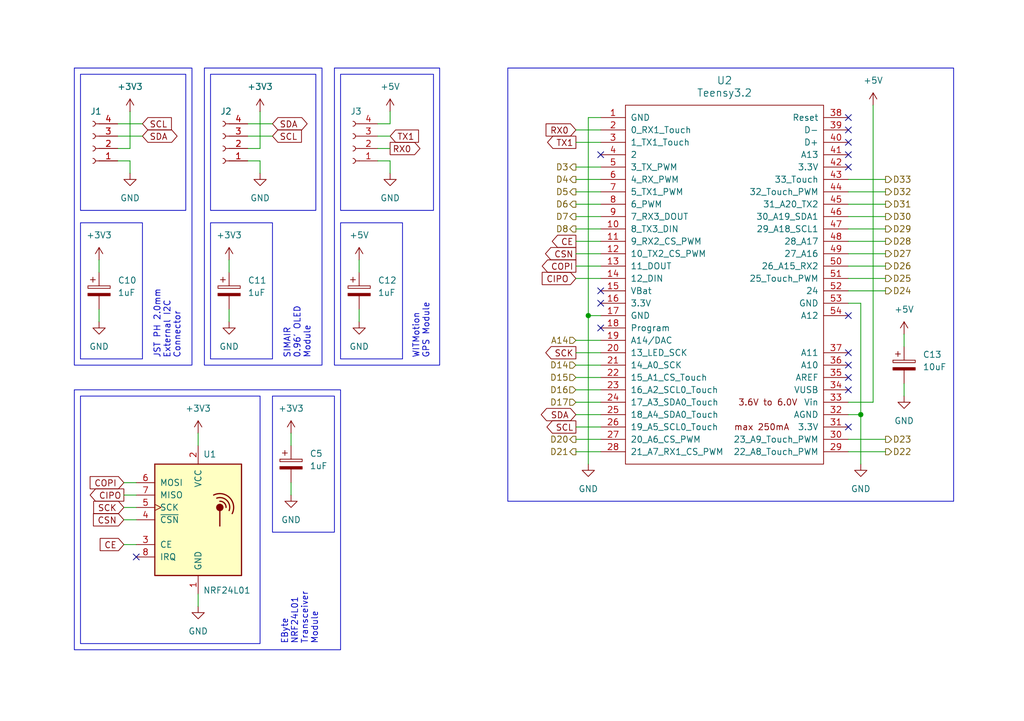
<source format=kicad_sch>
(kicad_sch (version 20231120) (generator "eeschema") (generator_version "8.0")
  (paper "A5")
  (title_block (title "Ideal Everything Controller Receiver - (v1.0)") (date "2024-04-07") (rev "R0"))
  (lib_symbols
    (symbol "Connector:Conn_01x04_Socket" (pin_names (offset 1.016) hide)
      (property "Reference" "J" (at 0 5.08 0))
      (property "Value" "Conn_01x04_Socket" (at 0 -7.62 0))
      (symbol "Conn_01x04_Socket_1_1"
        (arc (start 0 -4.572) (mid -0.5058 -5.08) (end 0 -5.588) (stroke (width 0.1524)))
        (arc (start 0 -2.032) (mid -0.5058 -2.54) (end 0 -3.048) (stroke (width 0.1524)))
        (polyline (pts (xy -1.27 -5.08) (xy -0.508 -5.08)) (stroke (width 0.1524)))
        (polyline (pts (xy -1.27 -2.54) (xy -0.508 -2.54)) (stroke (width 0.1524)))
        (polyline (pts (xy -1.27 0) (xy -0.508 0)) (stroke (width 0.1524)))
        (polyline (pts (xy -1.27 2.54) (xy -0.508 2.54)) (stroke (width 0.1524)))
        (arc (start 0 0.508) (mid -0.5058 0) (end 0 -0.508) (stroke (width 0.1524)))
        (arc (start 0 3.048) (mid -0.5058 2.54) (end 0 2.032) (stroke (width 0.1524)))
        (pin passive line (at -5.08 2.54 0) (length 3.81) (name "Pin_1") (number "1"))
        (pin passive line (at -5.08 0 0) (length 3.81) (name "Pin_2") (number "2"))
        (pin passive line (at -5.08 -2.54 0) (length 3.81) (name "Pin_3") (number "3"))
        (pin passive line (at -5.08 -5.08 0) (length 3.81) (name "Pin_4") (number "4"))
      )
    )
    (symbol "Device:C_Polarized" (pin_numbers hide) (pin_names (offset 0.254))
      (property "Reference" "C" (at 0.635 2.54 0))
      (property "Value" "C_Polarized" (at 0.635 -2.54 0))
      (symbol "C_Polarized_0_1"
        (rectangle (start -2.286 0.508) (end 2.286 1.016))
        (polyline (pts (xy -1.778 2.286) (xy -0.762 2.286)))
        (polyline (pts (xy -1.27 2.794) (xy -1.27 1.778)))
        (rectangle (start 2.286 -0.508) (end -2.286 -1.016) (fill (type outline)))
      )
      (symbol "C_Polarized_1_1"
        (pin passive line (at 0 3.81 270) (length 2.794) (name "~") (number "1"))
        (pin passive line (at 0 -3.81 90) (length 2.794) (name "~") (number "2"))
      )
    )
    (symbol "RF:NRF24L01_Breakout" (pin_names (offset 1.016))
      (property "Reference" "U" (at -8.89 12.7 0))
      (property "Value" "NRF24L01_Breakout" (at 3.81 12.7 0))
      (symbol "NRF24L01_Breakout_0_1"
        (rectangle (start -8.89 11.43) (end 8.89 -11.43) (stroke (width 0.254)) (fill (type background)))
        (polyline (pts (xy 4.445 1.905) (xy 4.445 -1.27)) (stroke (width 0.254)))
        (circle (center 4.445 2.54) (radius 0.635) (stroke (width 0.254)) (fill (type outline)))
        (arc (start 5.715 2.54) (mid 5.3521 3.4546) (end 4.445 3.81) (stroke (width 0.254)))
        (arc (start 6.35 1.905) (mid 5.8763 3.9854) (end 3.81 4.445) (stroke (width 0.254)))
        (arc (start 6.985 1.27) (mid 6.453 4.548) (end 3.175 5.08) (stroke (width 0.254)))
      )
      (symbol "NRF24L01_Breakout_1_1"
        (pin power_in line (at 0 -15.24 90) (length 3.81) (name "GND") (number "1"))
        (pin power_in line (at 0 15.24 270) (length 3.81) (name "VCC") (number "2"))
        (pin input line (at -12.7 -5.08 0) (length 3.81) (name "CE") (number "3"))
        (pin input line (at -12.7 0 0) (length 3.81) (name "~{CSN}") (number "4"))
        (pin input clock (at -12.7 2.54 0) (length 3.81) (name "SCK") (number "5"))
        (pin input line (at -12.7 7.62 0) (length 3.81) (name "MOSI") (number "6"))
        (pin output line (at -12.7 5.08 0) (length 3.81) (name "MISO") (number "7"))
        (pin output line (at -12.7 -7.62 0) (length 3.81) (name "IRQ") (number "8"))
      )
    )
    (symbol "power:+3V3" (power) (pin_numbers hide) (pin_names (offset 0) hide)
      (property "Value" "+3V3" (at 0 3.556 0))
      (symbol "+3V3_0_1"
        (polyline (pts (xy -0.762 1.27) (xy 0 2.54)))
        (polyline (pts (xy 0 0) (xy 0 2.54)))
        (polyline (pts (xy 0 2.54) (xy 0.762 1.27)))
      )
      (symbol "+3V3_1_1"
        (pin power_in line (at 0 0 90) (length 0) (name "~") (number "1"))
      )
    )
    (symbol "power:+5V" (power) (pin_numbers hide) (pin_names (offset 0) hide)
      (property "Value" "+5V" (at 0 3.556 0))
      (symbol "+5V_0_1"
        (polyline (pts (xy -0.762 1.27) (xy 0 2.54)))
        (polyline (pts (xy 0 0) (xy 0 2.54)))
        (polyline (pts (xy 0 2.54) (xy 0.762 1.27)))
      )
      (symbol "+5V_1_1"
        (pin power_in line (at 0 0 90) (length 0) (name "~") (number "1"))
      )
    )
    (symbol "power:GND" (power) (pin_numbers hide) (pin_names (offset 0) hide)
      (property "Value" "GND" (at 0 -3.81 0))
      (symbol "GND_0_1"
        (polyline (pts (xy 0 0) (xy 0 -1.27) (xy 1.27 -1.27) (xy 0 -2.54) (xy -1.27 -1.27) (xy 0 -1.27)))
      )
      (symbol "GND_1_1"
        (pin power_in line (at 0 0 270) (length 0) (name "~") (number "1"))
      )
    )
    (symbol "teensy:Teensy3.2" (pin_names (offset 1.016))
      (property "Reference" "U" (at 0 39.37 0))
      (property "Value" "Teensy3.2" (at 0 -39.37 0))
      (symbol "Teensy3.2_0_0"
        (text "3.6V to 6.0V" (at 8.89 -24.13 0) (effects (font (size 1.27 1.27))))
        (text "max 250mA" (at 7.62 -29.21 0) (effects (font (size 1.27 1.27))))
      )
      (symbol "Teensy3.2_0_1"
        (rectangle (start -20.32 -36.83) (end 20.32 36.83))
      )
      (symbol "Teensy3.2_1_1"
        (pin power_in line (at -25.4 34.29 0) (length 5.08) (name "GND") (number "1"))
        (pin bidirectional line (at -25.4 11.43 0) (length 5.08) (name "8_TX3_DIN") (number "10"))
        (pin bidirectional line (at -25.4 8.89 0) (length 5.08) (name "9_RX2_CS_PWM") (number "11"))
        (pin bidirectional line (at -25.4 6.35 0) (length 5.08) (name "10_TX2_CS_PWM") (number "12"))
        (pin bidirectional line (at -25.4 3.81 0) (length 5.08) (name "11_DOUT") (number "13"))
        (pin bidirectional line (at -25.4 1.27 0) (length 5.08) (name "12_DIN") (number "14"))
        (pin power_in line (at -25.4 -1.27 0) (length 5.08) (name "VBat") (number "15"))
        (pin power_out line (at -25.4 -3.81 0) (length 5.08) (name "3.3V") (number "16"))
        (pin power_in line (at -25.4 -6.35 0) (length 5.08) (name "GND") (number "17"))
        (pin input line (at -25.4 -8.89 0) (length 5.08) (name "Program") (number "18"))
        (pin bidirectional line (at -25.4 -11.43 0) (length 5.08) (name "A14/DAC") (number "19"))
        (pin bidirectional line (at -25.4 31.75 0) (length 5.08) (name "0_RX1_Touch") (number "2"))
        (pin bidirectional line (at -25.4 -13.97 0) (length 5.08) (name "13_LED_SCK") (number "20"))
        (pin bidirectional line (at -25.4 -16.51 0) (length 5.08) (name "14_A0_SCK") (number "21"))
        (pin bidirectional line (at -25.4 -19.05 0) (length 5.08) (name "15_A1_CS_Touch") (number "22"))
        (pin bidirectional line (at -25.4 -21.59 0) (length 5.08) (name "16_A2_SCL0_Touch") (number "23"))
        (pin bidirectional line (at -25.4 -24.13 0) (length 5.08) (name "17_A3_SDA0_Touch") (number "24"))
        (pin bidirectional line (at -25.4 -26.67 0) (length 5.08) (name "18_A4_SDA0_Touch") (number "25"))
        (pin bidirectional line (at -25.4 -29.21 0) (length 5.08) (name "19_A5_SCL0_Touch") (number "26"))
        (pin bidirectional line (at -25.4 -31.75 0) (length 5.08) (name "20_A6_CS_PWM") (number "27"))
        (pin bidirectional line (at -25.4 -34.29 0) (length 5.08) (name "21_A7_RX1_CS_PWM") (number "28"))
        (pin bidirectional line (at 25.4 -34.29 180) (length 5.08) (name "22_A8_Touch_PWM") (number "29"))
        (pin bidirectional line (at -25.4 29.21 0) (length 5.08) (name "1_TX1_Touch") (number "3"))
        (pin bidirectional line (at 25.4 -31.75 180) (length 5.08) (name "23_A9_Touch_PWM") (number "30"))
        (pin power_out line (at 25.4 -29.21 180) (length 5.08) (name "3.3V") (number "31"))
        (pin power_out line (at 25.4 -26.67 180) (length 5.08) (name "AGND") (number "32"))
        (pin power_in line (at 25.4 -24.13 180) (length 5.08) (name "Vin") (number "33"))
        (pin power_in line (at 25.4 -21.59 180) (length 5.08) (name "VUSB") (number "34"))
        (pin input line (at 25.4 -19.05 180) (length 5.08) (name "AREF") (number "35"))
        (pin bidirectional line (at 25.4 -16.51 180) (length 5.08) (name "A10") (number "36"))
        (pin bidirectional line (at 25.4 -13.97 180) (length 5.08) (name "A11") (number "37"))
        (pin input line (at 25.4 34.29 180) (length 5.08) (name "Reset") (number "38"))
        (pin bidirectional line (at 25.4 31.75 180) (length 5.08) (name "D-") (number "39"))
        (pin bidirectional line (at -25.4 26.67 0) (length 5.08) (name "2") (number "4"))
        (pin bidirectional line (at 25.4 29.21 180) (length 5.08) (name "D+") (number "40"))
        (pin bidirectional line (at 25.4 26.67 180) (length 5.08) (name "A13") (number "41"))
        (pin power_out line (at 25.4 24.13 180) (length 5.08) (name "3.3V") (number "42"))
        (pin bidirectional line (at 25.4 21.59 180) (length 5.08) (name "33_Touch") (number "43"))
        (pin bidirectional line (at 25.4 19.05 180) (length 5.08) (name "32_Touch_PWM") (number "44"))
        (pin bidirectional line (at 25.4 16.51 180) (length 5.08) (name "31_A20_TX2") (number "45"))
        (pin bidirectional line (at 25.4 13.97 180) (length 5.08) (name "30_A19_SDA1") (number "46"))
        (pin bidirectional line (at 25.4 11.43 180) (length 5.08) (name "29_A18_SCL1") (number "47"))
        (pin bidirectional line (at 25.4 8.89 180) (length 5.08) (name "28_A17") (number "48"))
        (pin bidirectional line (at 25.4 6.35 180) (length 5.08) (name "27_A16") (number "49"))
        (pin bidirectional line (at -25.4 24.13 0) (length 5.08) (name "3_TX_PWM") (number "5"))
        (pin bidirectional line (at 25.4 3.81 180) (length 5.08) (name "26_A15_RX2") (number "50"))
        (pin bidirectional line (at 25.4 1.27 180) (length 5.08) (name "25_Touch_PWM") (number "51"))
        (pin bidirectional line (at 25.4 -1.27 180) (length 5.08) (name "24") (number "52"))
        (pin power_in line (at 25.4 -3.81 180) (length 5.08) (name "GND") (number "53"))
        (pin bidirectional line (at 25.4 -6.35 180) (length 5.08) (name "A12") (number "54"))
        (pin bidirectional line (at -25.4 21.59 0) (length 5.08) (name "4_RX_PWM") (number "6"))
        (pin bidirectional line (at -25.4 19.05 0) (length 5.08) (name "5_TX1_PWM") (number "7"))
        (pin bidirectional line (at -25.4 16.51 0) (length 5.08) (name "6_PWM") (number "8"))
        (pin bidirectional line (at -25.4 13.97 0) (length 5.08) (name "7_RX3_DOUT") (number "9"))
      )
    )
  )
  (junction (at 120.65 64.77))
  (junction (at 176.53 85.09))
  (no_connect (at 173.99 26.67))
  (no_connect (at 173.99 77.47))
  (no_connect (at 173.99 24.13))
  (no_connect (at 173.99 64.77))
  (no_connect (at 173.99 34.29))
  (no_connect (at 123.19 31.75))
  (no_connect (at 173.99 31.75))
  (no_connect (at 27.94 114.3))
  (no_connect (at 173.99 72.39))
  (no_connect (at 123.19 62.23))
  (no_connect (at 173.99 80.01))
  (no_connect (at 173.99 29.21))
  (no_connect (at 173.99 74.93))
  (no_connect (at 173.99 87.63))
  (no_connect (at 123.19 67.31))
  (no_connect (at 123.19 59.69))
  (wire (pts (xy 26.67 33.02) (xy 26.67 35.56)))
  (wire (pts (xy 59.69 88.9) (xy 59.69 91.44)))
  (wire (pts (xy 118.11 69.85) (xy 123.19 69.85)))
  (wire (pts (xy 118.11 36.83) (xy 123.19 36.83)))
  (wire (pts (xy 118.11 92.71) (xy 123.19 92.71)))
  (wire (pts (xy 118.11 57.15) (xy 123.19 57.15)))
  (wire (pts (xy 53.34 33.02) (xy 53.34 35.56)))
  (wire (pts (xy 179.07 21.59) (xy 179.07 82.55)))
  (wire (pts (xy 118.11 77.47) (xy 123.19 77.47)))
  (wire (pts (xy 176.53 95.25) (xy 176.53 85.09)))
  (wire (pts (xy 118.11 49.53) (xy 123.19 49.53)))
  (wire (pts (xy 24.13 25.4) (xy 29.21 25.4)))
  (wire (pts (xy 185.42 68.58) (xy 185.42 71.12)))
  (wire (pts (xy 120.65 64.77) (xy 120.65 24.13)))
  (wire (pts (xy 173.99 44.45) (xy 181.61 44.45)))
  (wire (pts (xy 173.99 36.83) (xy 181.61 36.83)))
  (wire (pts (xy 24.13 30.48) (xy 26.67 30.48)))
  (wire (pts (xy 118.11 52.07) (xy 123.19 52.07)))
  (wire (pts (xy 176.53 85.09) (xy 173.99 85.09)))
  (wire (pts (xy 40.64 121.92) (xy 40.64 124.46)))
  (wire (pts (xy 46.99 63.5) (xy 46.99 66.04)))
  (wire (pts (xy 73.66 63.5) (xy 73.66 66.04)))
  (wire (pts (xy 25.4 101.6) (xy 27.94 101.6)))
  (wire (pts (xy 24.13 27.94) (xy 29.21 27.94)))
  (wire (pts (xy 25.4 106.68) (xy 27.94 106.68)))
  (wire (pts (xy 26.67 30.48) (xy 26.67 22.86)))
  (wire (pts (xy 25.4 104.14) (xy 27.94 104.14)))
  (wire (pts (xy 40.64 88.9) (xy 40.64 91.44)))
  (wire (pts (xy 46.99 53.34) (xy 46.99 55.88)))
  (wire (pts (xy 53.34 30.48) (xy 53.34 22.86)))
  (wire (pts (xy 118.11 74.93) (xy 123.19 74.93)))
  (wire (pts (xy 118.11 29.21) (xy 123.19 29.21)))
  (wire (pts (xy 20.32 53.34) (xy 20.32 55.88)))
  (wire (pts (xy 25.4 111.76) (xy 27.94 111.76)))
  (wire (pts (xy 118.11 72.39) (xy 123.19 72.39)))
  (wire (pts (xy 173.99 59.69) (xy 181.61 59.69)))
  (wire (pts (xy 77.47 30.48) (xy 80.01 30.48)))
  (wire (pts (xy 118.11 87.63) (xy 123.19 87.63)))
  (wire (pts (xy 24.13 33.02) (xy 26.67 33.02)))
  (wire (pts (xy 118.11 39.37) (xy 123.19 39.37)))
  (wire (pts (xy 80.01 35.56) (xy 80.01 33.02)))
  (wire (pts (xy 118.11 90.17) (xy 123.19 90.17)))
  (wire (pts (xy 118.11 46.99) (xy 123.19 46.99)))
  (wire (pts (xy 173.99 90.17) (xy 181.61 90.17)))
  (wire (pts (xy 173.99 41.91) (xy 181.61 41.91)))
  (wire (pts (xy 179.07 82.55) (xy 173.99 82.55)))
  (wire (pts (xy 118.11 54.61) (xy 123.19 54.61)))
  (wire (pts (xy 118.11 26.67) (xy 123.19 26.67)))
  (wire (pts (xy 173.99 52.07) (xy 181.61 52.07)))
  (wire (pts (xy 118.11 85.09) (xy 123.19 85.09)))
  (wire (pts (xy 173.99 57.15) (xy 181.61 57.15)))
  (wire (pts (xy 118.11 80.01) (xy 123.19 80.01)))
  (wire (pts (xy 59.69 99.06) (xy 59.69 101.6)))
  (wire (pts (xy 50.8 25.4) (xy 55.88 25.4)))
  (wire (pts (xy 176.53 62.23) (xy 173.99 62.23)))
  (wire (pts (xy 120.65 24.13) (xy 123.19 24.13)))
  (wire (pts (xy 80.01 33.02) (xy 77.47 33.02)))
  (wire (pts (xy 25.4 99.06) (xy 27.94 99.06)))
  (wire (pts (xy 118.11 82.55) (xy 123.19 82.55)))
  (wire (pts (xy 173.99 54.61) (xy 181.61 54.61)))
  (wire (pts (xy 185.42 78.74) (xy 185.42 81.28)))
  (wire (pts (xy 73.66 53.34) (xy 73.66 55.88)))
  (wire (pts (xy 50.8 30.48) (xy 53.34 30.48)))
  (wire (pts (xy 173.99 46.99) (xy 181.61 46.99)))
  (wire (pts (xy 80.01 25.4) (xy 80.01 22.86)))
  (wire (pts (xy 120.65 95.25) (xy 120.65 64.77)))
  (wire (pts (xy 173.99 92.71) (xy 181.61 92.71)))
  (wire (pts (xy 77.47 25.4) (xy 80.01 25.4)))
  (wire (pts (xy 77.47 27.94) (xy 80.01 27.94)))
  (wire (pts (xy 120.65 64.77) (xy 123.19 64.77)))
  (wire (pts (xy 173.99 39.37) (xy 181.61 39.37)))
  (wire (pts (xy 118.11 44.45) (xy 123.19 44.45)))
  (wire (pts (xy 176.53 85.09) (xy 176.53 62.23)))
  (wire (pts (xy 118.11 34.29) (xy 123.19 34.29)))
  (wire (pts (xy 20.32 63.5) (xy 20.32 66.04)))
  (wire (pts (xy 118.11 41.91) (xy 123.19 41.91)))
  (wire (pts (xy 50.8 33.02) (xy 53.34 33.02)))
  (wire (pts (xy 50.8 27.94) (xy 55.88 27.94)))
  (wire (pts (xy 173.99 49.53) (xy 181.61 49.53)))
  (rectangle (start 69.85 15.24) (end 88.9 43.18))
  (rectangle (start 104.14 13.97) (end 195.58 102.87))
  (rectangle (start 16.51 81.28) (end 53.34 132.08))
  (rectangle (start 15.24 80.01) (end 69.85 133.35))
  (rectangle (start 43.18 15.24) (end 64.77 43.18))
  (rectangle (start 16.51 45.72) (end 29.21 73.66))
  (rectangle (start 41.91 13.97) (end 66.04 74.93))
  (rectangle (start 55.88 81.28) (end 68.58 109.22))
  (rectangle (start 43.18 45.72) (end 55.88 73.66))
  (rectangle (start 69.85 45.72) (end 82.55 73.66))
  (rectangle (start 15.24 13.97) (end 39.37 74.93))
  (rectangle (start 68.58 13.97) (end 90.17 74.93))
  (rectangle (start 16.51 15.24) (end 38.1 43.18))
  (text "SIMAIR\n0.96' OLED\nModule" (at 60.96 73.66 90) (effects (font (size 1.27 1.27)) (justify left)))
  (text "WITMotion\nGPS Module" (at 86.36 73.66 90) (effects (font (size 1.27 1.27)) (justify left)))
  (text "JST PH 2.0mm\nExternal I2C\nConnector" (at 34.29 73.66 90) (effects (font (size 1.27 1.27)) (justify left)))
  (text "EByte\nNRF24L01\nTransceiver\nModule" (at 61.468 132.334 90) (effects (font (size 1.27 1.27)) (justify left)))
  (global_label "CE" (shape input) (at 25.4 111.76 180) (property "Intersheetrefs" "${INTERSHEET_REFS}" (effects (hide yes))))
  (global_label "SDA" (shape bidirectional) (at 55.88 25.4 0) (property "Intersheetrefs" "${INTERSHEET_REFS}" (effects (hide yes))))
  (global_label "SCL" (shape output) (at 118.11 87.63 180) (property "Intersheetrefs" "${INTERSHEET_REFS}" (effects (hide yes))))
  (global_label "COPI" (shape input) (at 25.4 99.06 180) (property "Intersheetrefs" "${INTERSHEET_REFS}" (effects (hide yes))))
  (global_label "CSN" (shape input) (at 25.4 106.68 180) (property "Intersheetrefs" "${INTERSHEET_REFS}" (effects (hide yes))))
  (global_label "RX0" (shape input) (at 118.11 26.67 180) (property "Intersheetrefs" "${INTERSHEET_REFS}" (effects (hide yes))))
  (global_label "CSN" (shape output) (at 118.11 52.07 180) (property "Intersheetrefs" "${INTERSHEET_REFS}" (effects (hide yes))))
  (global_label "CE" (shape output) (at 118.11 49.53 180) (property "Intersheetrefs" "${INTERSHEET_REFS}" (effects (hide yes))))
  (global_label "CIPO" (shape input) (at 118.11 57.15 180) (property "Intersheetrefs" "${INTERSHEET_REFS}" (effects (hide yes))))
  (global_label "SDA" (shape bidirectional) (at 118.11 85.09 180) (property "Intersheetrefs" "${INTERSHEET_REFS}" (effects (hide yes))))
  (global_label "SCL" (shape input) (at 55.88 27.94 0) (property "Intersheetrefs" "${INTERSHEET_REFS}" (effects (hide yes))))
  (global_label "SCK" (shape input) (at 25.4 104.14 180) (property "Intersheetrefs" "${INTERSHEET_REFS}" (effects (hide yes))))
  (global_label "CIPO" (shape output) (at 25.4 101.6 180) (property "Intersheetrefs" "${INTERSHEET_REFS}" (effects (hide yes))))
  (global_label "SDA" (shape bidirectional) (at 29.21 27.94 0) (property "Intersheetrefs" "${INTERSHEET_REFS}" (effects (hide yes))))
  (global_label "SCK" (shape output) (at 118.11 72.39 180) (property "Intersheetrefs" "${INTERSHEET_REFS}" (effects (hide yes))))
  (global_label "COPI" (shape output) (at 118.11 54.61 180) (property "Intersheetrefs" "${INTERSHEET_REFS}" (effects (hide yes))))
  (global_label "TX1" (shape output) (at 118.11 29.21 180) (property "Intersheetrefs" "${INTERSHEET_REFS}" (effects (hide yes))))
  (global_label "TX1" (shape input) (at 80.01 27.94 0) (property "Intersheetrefs" "${INTERSHEET_REFS}" (effects (hide yes))))
  (global_label "SCL" (shape input) (at 29.21 25.4 0) (property "Intersheetrefs" "${INTERSHEET_REFS}" (effects (hide yes))))
  (global_label "RX0" (shape output) (at 80.01 30.48 0) (property "Intersheetrefs" "${INTERSHEET_REFS}" (effects (hide yes))))
  (hierarchical_label "D16" (shape input) (at 118.11 80.01 180))
  (hierarchical_label "D29" (shape output) (at 181.61 46.99 0))
  (hierarchical_label "D21" (shape output) (at 118.11 92.71 180))
  (hierarchical_label "D25" (shape output) (at 181.61 57.15 0))
  (hierarchical_label "D6" (shape output) (at 118.11 41.91 180))
  (hierarchical_label "D22" (shape output) (at 181.61 92.71 0))
  (hierarchical_label "D28" (shape output) (at 181.61 49.53 0))
  (hierarchical_label "D8" (shape output) (at 118.11 46.99 180))
  (hierarchical_label "D32" (shape output) (at 181.61 39.37 0))
  (hierarchical_label "D15" (shape input) (at 118.11 77.47 180))
  (hierarchical_label "D7" (shape output) (at 118.11 44.45 180))
  (hierarchical_label "D30" (shape output) (at 181.61 44.45 0))
  (hierarchical_label "D17" (shape input) (at 118.11 82.55 180))
  (hierarchical_label "D3" (shape output) (at 118.11 34.29 180))
  (hierarchical_label "D33" (shape output) (at 181.61 36.83 0))
  (hierarchical_label "A14" (shape input) (at 118.11 69.85 180))
  (hierarchical_label "D27" (shape output) (at 181.61 52.07 0))
  (hierarchical_label "D20" (shape output) (at 118.11 90.17 180))
  (hierarchical_label "D5" (shape output) (at 118.11 39.37 180))
  (hierarchical_label "D31" (shape output) (at 181.61 41.91 0))
  (hierarchical_label "D23" (shape output) (at 181.61 90.17 0))
  (hierarchical_label "D24" (shape output) (at 181.61 59.69 0))
  (hierarchical_label "D14" (shape input) (at 118.11 74.93 180))
  (hierarchical_label "D4" (shape output) (at 118.11 36.83 180))
  (hierarchical_label "D26" (shape output) (at 181.61 54.61 0))
  (symbol (lib_id "power:GND") (at 40.64 124.46 0) (unit 1)
    (property "Reference" "#PWR016" (effects (hide yes)))
    (property "Value" "GND" (at 40.64 129.54 0))
    (property "Description" "Power symbol creates a global label with name \"GND\" , ground" (effects (hide yes)))
  )
  (symbol (lib_id "power:GND") (at 46.99 66.04 0) (unit 1)
    (property "Reference" "#PWR049" (effects (hide yes)))
    (property "Value" "GND" (at 46.99 71.12 0))
    (property "Description" "Power symbol creates a global label with name \"GND\" , ground" (effects (hide yes)))
  )
  (symbol (lib_id "power:+3V3") (at 40.64 88.9 0) (unit 1)
    (property "Reference" "#PWR015" (effects (hide yes)))
    (property "Value" "+3V3" (at 40.64 83.82 0))
    (property "Description" "Power symbol creates a global label with name \"+3V3\"" (effects (hide yes)))
  )
  (symbol (lib_id "power:+3V3") (at 59.69 88.9 0) (unit 1)
    (property "Reference" "#PWR017" (effects (hide yes)))
    (property "Value" "+3V3" (at 59.69 83.82 0))
    (property "Description" "Power symbol creates a global label with name \"+3V3\"" (effects (hide yes)))
  )
  (symbol (lib_id "power:GND") (at 176.53 95.25 0) (unit 1)
    (property "Reference" "#PWR052" (effects (hide yes)))
    (property "Value" "GND" (at 176.53 100.33 0))
    (property "Description" "Power symbol creates a global label with name \"GND\" , ground" (effects (hide yes)))
  )
  (symbol (lib_id "power:GND") (at 26.67 35.56 0) (unit 1)
    (property "Reference" "#PWR047" (effects (hide yes)))
    (property "Value" "GND" (at 26.67 40.64 0))
    (property "Description" "Power symbol creates a global label with name \"GND\" , ground" (effects (hide yes)))
  )
  (symbol (lib_id "power:+3V3") (at 46.99 53.34 0) (unit 1)
    (property "Reference" "#PWR048" (effects (hide yes)))
    (property "Value" "+3V3" (at 46.99 48.26 0))
    (property "Description" "Power symbol creates a global label with name \"+3V3\"" (effects (hide yes)))
  )
  (symbol (lib_id "Device:C_Polarized") (at 185.42 74.93 0) (unit 1)
    (property "Reference" "C13" (at 189.23 72.7709 0) (effects (justify left)))
    (property "Value" "10uF" (at 189.23 75.3109 0) (effects (justify left)))
    (property "Footprint" "Capacitor_Tantalum_SMD:CP_EIA-3528-21_Kemet-B" (effects (hide yes)))
    (property "Description" "Polarized capacitor" (effects (hide yes)))
  )
  (symbol (lib_id "power:+3V3") (at 53.34 22.86 0) (unit 1)
    (property "Reference" "#PWR050" (effects (hide yes)))
    (property "Value" "+3V3" (at 53.34 17.78 0))
    (property "Description" "Power symbol creates a global label with name \"+3V3\"" (effects (hide yes)))
  )
  (symbol (lib_id "Device:C_Polarized") (at 20.32 59.69 0) (unit 1)
    (property "Reference" "C10" (at 24.13 57.5309 0) (effects (justify left)))
    (property "Value" "1uF" (at 24.13 60.0709 0) (effects (justify left)))
    (property "Footprint" "Capacitor_Tantalum_SMD:CP_EIA-3216-18_Kemet-A" (effects (hide yes)))
    (property "Description" "Polarized capacitor" (effects (hide yes)))
  )
  (symbol (lib_id "Connector:Conn_01x04_Socket") (at 45.72 30.48 180) (unit 1)
    (property "Reference" "J2" (at 46.355 22.86 0))
    (property "Value" "Conn_01x04_Socket" (effects (hide yes)))
    (property "Footprint" "Custom:SIMAIR_OLED" (effects (hide yes)))
    (property "Description" "Generic connector, single row, 01x04, script generated" (effects (hide yes)))
  )
  (symbol (lib_id "power:GND") (at 80.01 35.56 0) (unit 1)
    (property "Reference" "#PWR057" (effects (hide yes)))
    (property "Value" "GND" (at 80.01 40.64 0))
    (property "Description" "Power symbol creates a global label with name \"GND\" , ground" (effects (hide yes)))
  )
  (symbol (lib_id "teensy:Teensy3.2") (at 148.59 58.42 0) (unit 1)
    (property "Reference" "U2" (at 148.59 16.51 0) (effects (font (size 1.524 1.524))))
    (property "Value" "Teensy3.2" (at 148.59 19.05 0) (effects (font (size 1.524 1.524))))
    (property "Footprint" "Custom:Teensy_3.2" (effects (hide yes)))
  )
  (symbol (lib_id "power:+5V") (at 185.42 68.58 0) (unit 1)
    (property "Reference" "#PWR058" (effects (hide yes)))
    (property "Value" "+5V" (at 185.42 63.5 0))
    (property "Description" "Power symbol creates a global label with name \"+5V\"" (effects (hide yes)))
  )
  (symbol (lib_id "Device:C_Polarized") (at 73.66 59.69 0) (unit 1)
    (property "Reference" "C12" (at 77.47 57.5309 0) (effects (justify left)))
    (property "Value" "1uF" (at 77.47 60.0709 0) (effects (justify left)))
    (property "Footprint" "Capacitor_Tantalum_SMD:CP_EIA-3216-18_Kemet-A" (effects (hide yes)))
    (property "Description" "Polarized capacitor" (effects (hide yes)))
  )
  (symbol (lib_id "power:+5V") (at 73.66 53.34 0) (unit 1)
    (property "Reference" "#PWR053" (effects (hide yes)))
    (property "Value" "+5V" (at 73.66 48.26 0))
    (property "Description" "Power symbol creates a global label with name \"+5V\"" (effects (hide yes)))
  )
  (symbol (lib_id "Device:C_Polarized") (at 59.69 95.25 0) (unit 1)
    (property "Reference" "C5" (at 63.5 93.0909 0) (effects (justify left)))
    (property "Value" "1uF" (at 63.5 95.6309 0) (effects (justify left)))
    (property "Footprint" "Capacitor_Tantalum_SMD:CP_EIA-3216-18_Kemet-A" (effects (hide yes)))
    (property "Description" "Polarized capacitor" (effects (hide yes)))
  )
  (symbol (lib_id "power:GND") (at 53.34 35.56 0) (unit 1)
    (property "Reference" "#PWR051" (effects (hide yes)))
    (property "Value" "GND" (at 53.34 40.64 0))
    (property "Description" "Power symbol creates a global label with name \"GND\" , ground" (effects (hide yes)))
  )
  (symbol (lib_id "power:+3V3") (at 20.32 53.34 0) (unit 1)
    (property "Reference" "#PWR020" (effects (hide yes)))
    (property "Value" "+3V3" (at 20.32 48.26 0))
    (property "Description" "Power symbol creates a global label with name \"+3V3\"" (effects (hide yes)))
  )
  (symbol (lib_id "power:+3V3") (at 26.67 22.86 0) (unit 1)
    (property "Reference" "#PWR046" (effects (hide yes)))
    (property "Value" "+3V3" (at 26.67 17.78 0))
    (property "Description" "Power symbol creates a global label with name \"+3V3\"" (effects (hide yes)))
  )
  (symbol (lib_id "Connector:Conn_01x04_Socket") (at 72.39 30.48 180) (unit 1)
    (property "Reference" "J3" (at 73.025 22.86 0))
    (property "Value" "Conn_01x04_Socket" (effects (hide yes)))
    (property "Footprint" "Custom:WitMotion_NMEA0183" (effects (hide yes)))
    (property "Description" "Generic connector, single row, 01x04, script generated" (effects (hide yes)))
  )
  (symbol (lib_id "Device:C_Polarized") (at 46.99 59.69 0) (unit 1)
    (property "Reference" "C11" (at 50.8 57.5309 0) (effects (justify left)))
    (property "Value" "1uF" (at 50.8 60.0709 0) (effects (justify left)))
    (property "Footprint" "Capacitor_Tantalum_SMD:CP_EIA-3216-18_Kemet-A" (effects (hide yes)))
    (property "Description" "Polarized capacitor" (effects (hide yes)))
  )
  (symbol (lib_id "RF:NRF24L01_Breakout") (at 40.64 106.68 0) (unit 1)
    (property "Reference" "U1" (at 41.656 93.218 0) (effects (justify left)))
    (property "Value" "NRF24L01" (at 41.656 121.158 0) (effects (justify left)))
    (property "Footprint" "Custom:EByte_NRF24L01_Breakout" (effects (hide yes)))
    (property "Datasheet" "http://www.nordicsemi.com/eng/content/download/2730/34105/file/nRF24L01_Product_Specification_v2_0.pdf" (effects (hide yes)))
    (property "Description" "Ultra low power 2.4GHz RF Transceiver, Carrier PCB" (effects (hide yes)))
  )
  (symbol (lib_id "power:GND") (at 20.32 66.04 0) (unit 1)
    (property "Reference" "#PWR021" (effects (hide yes)))
    (property "Value" "GND" (at 20.32 71.12 0))
    (property "Description" "Power symbol creates a global label with name \"GND\" , ground" (effects (hide yes)))
  )
  (symbol (lib_id "power:+5V") (at 80.01 22.86 0) (unit 1)
    (property "Reference" "#PWR056" (effects (hide yes)))
    (property "Value" "+5V" (at 80.01 17.78 0))
    (property "Description" "Power symbol creates a global label with name \"+5V\"" (effects (hide yes)))
  )
  (symbol (lib_id "power:GND") (at 73.66 66.04 0) (unit 1)
    (property "Reference" "#PWR054" (effects (hide yes)))
    (property "Value" "GND" (at 73.66 71.12 0))
    (property "Description" "Power symbol creates a global label with name \"GND\" , ground" (effects (hide yes)))
  )
  (symbol (lib_id "power:GND") (at 185.42 81.28 0) (unit 1)
    (property "Reference" "#PWR059" (effects (hide yes)))
    (property "Value" "GND" (at 185.42 86.36 0))
    (property "Description" "Power symbol creates a global label with name \"GND\" , ground" (effects (hide yes)))
  )
  (symbol (lib_id "power:GND") (at 59.69 101.6 0) (unit 1)
    (property "Reference" "#PWR018" (effects (hide yes)))
    (property "Value" "GND" (at 59.69 106.68 0))
    (property "Description" "Power symbol creates a global label with name \"GND\" , ground" (effects (hide yes)))
  )
  (symbol (lib_id "power:+5V") (at 179.07 21.59 0) (unit 1)
    (property "Reference" "#PWR055" (effects (hide yes)))
    (property "Value" "+5V" (at 179.07 16.51 0))
    (property "Description" "Power symbol creates a global label with name \"+5V\"" (effects (hide yes)))
  )
  (symbol (lib_id "power:GND") (at 120.65 95.25 0) (unit 1)
    (property "Reference" "#PWR019" (effects (hide yes)))
    (property "Value" "GND" (at 120.65 100.33 0))
    (property "Description" "Power symbol creates a global label with name \"GND\" , ground" (effects (hide yes)))
  )
  (symbol (lib_id "Connector:Conn_01x04_Socket") (at 19.05 30.48 180) (unit 1)
    (property "Reference" "J1" (at 19.685 22.86 0))
    (property "Value" "Conn_01x04_Socket" (effects (hide yes)))
    (property "Footprint" "Connector_JST:JST_PH_S4B-PH-K_1x04_P2.00mm_Horizontal" (effects (hide yes)))
    (property "Description" "Generic connector, single row, 01x04, script generated" (effects (hide yes)))
  )
)
</source>
